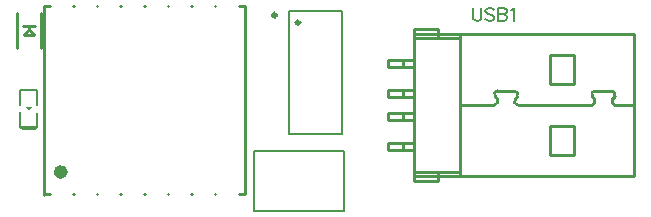
<source format=gto>
G04 Layer: TopSilkscreenLayer*
G04 EasyEDA v6.5.48, 2025-02-22 14:07:37*
G04 17b28a04ad434079b4a69dc4657e0bf9,f2e2a8b566e441589a5ce94012aa69ba,10*
G04 Gerber Generator version 0.2*
G04 Scale: 100 percent, Rotated: No, Reflected: No *
G04 Dimensions in millimeters *
G04 leading zeros omitted , absolute positions ,4 integer and 5 decimal *
%FSLAX45Y45*%
%MOMM*%

%ADD10C,0.1524*%
%ADD11C,0.2540*%
%ADD12C,0.2032*%
%ADD13C,0.1500*%
%ADD14C,0.3000*%
%ADD15C,0.6000*%

%LPD*%
D10*
X177800Y1779015D02*
G01*
X177800Y1701037D01*
X182879Y1685544D01*
X193293Y1675129D01*
X209041Y1670050D01*
X219456Y1670050D01*
X234950Y1675129D01*
X245363Y1685544D01*
X250443Y1701037D01*
X250443Y1779015D01*
X357631Y1763521D02*
G01*
X347218Y1773936D01*
X331470Y1779015D01*
X310895Y1779015D01*
X295147Y1773936D01*
X284734Y1763521D01*
X284734Y1753107D01*
X290068Y1742694D01*
X295147Y1737360D01*
X305561Y1732279D01*
X336804Y1721865D01*
X347218Y1716786D01*
X352297Y1711452D01*
X357631Y1701037D01*
X357631Y1685544D01*
X347218Y1675129D01*
X331470Y1670050D01*
X310895Y1670050D01*
X295147Y1675129D01*
X284734Y1685544D01*
X391922Y1779015D02*
G01*
X391922Y1670050D01*
X391922Y1779015D02*
G01*
X438658Y1779015D01*
X454152Y1773936D01*
X459486Y1768602D01*
X464565Y1758187D01*
X464565Y1747773D01*
X459486Y1737360D01*
X454152Y1732279D01*
X438658Y1727200D01*
X391922Y1727200D02*
G01*
X438658Y1727200D01*
X454152Y1721865D01*
X459486Y1716786D01*
X464565Y1706371D01*
X464565Y1690623D01*
X459486Y1680210D01*
X454152Y1675129D01*
X438658Y1670050D01*
X391922Y1670050D01*
X498856Y1758187D02*
G01*
X509270Y1763521D01*
X524763Y1779015D01*
X524763Y1670050D01*
G36*
X-3617417Y939088D02*
G01*
X-3581400Y913130D01*
X-3545382Y938123D01*
G37*
D11*
X-3481400Y1737499D02*
G01*
X-3481400Y1437500D01*
X-3581400Y1605279D02*
G01*
X-3540759Y1546860D01*
X-3540759Y1546860D02*
G01*
X-3622040Y1546860D01*
X-3622040Y1546860D02*
G01*
X-3581400Y1605279D01*
X-3681399Y1437500D02*
G01*
X-3681399Y1737499D01*
X-3530600Y1628139D02*
G01*
X-3632200Y1628139D01*
D12*
X-914400Y63500D02*
G01*
X-914400Y571500D01*
X-1676400Y571500D01*
X-1676400Y63500D01*
X-914400Y63500D01*
X-1401241Y63500D01*
D13*
X-3508400Y890099D02*
G01*
X-3508400Y775101D01*
X-3653398Y775101D01*
X-3653398Y895101D01*
X-3654399Y957099D02*
G01*
X-3654399Y1081100D01*
X-3509401Y1081100D01*
X-3509401Y957099D01*
X-3508400Y775101D02*
G01*
X-3508400Y772099D01*
X-3528400Y752099D01*
X-3630399Y752099D01*
X-3633398Y755101D01*
X-3653398Y775101D01*
D10*
X-1377589Y1750019D02*
G01*
X-933810Y1750019D01*
X-933810Y713780D01*
X-1377589Y713780D01*
X-1377589Y1750019D01*
D11*
X-3452738Y200657D02*
G01*
X-3453500Y201305D01*
X-3401613Y201305D01*
X-3401616Y1793603D02*
G01*
X-3453262Y1793603D01*
X-3453262Y199047D01*
X-3452322Y199047D01*
X-3201616Y1793603D02*
G01*
X-3205386Y1793603D01*
X-3001617Y1793603D02*
G01*
X-3005386Y1793603D01*
X-2801617Y1793603D02*
G01*
X-2805386Y1793603D01*
X-2601615Y1793603D02*
G01*
X-2605387Y1793603D01*
X-2401615Y1793603D02*
G01*
X-2405385Y1793603D01*
X-2201616Y1793603D02*
G01*
X-2205385Y1793603D01*
X-2001616Y1793603D02*
G01*
X-2005385Y1793603D01*
X-1805383Y201305D02*
G01*
X-1751639Y201305D01*
X-1751639Y1793603D01*
X-1805386Y1793603D01*
X-2005383Y201305D02*
G01*
X-2001613Y201305D01*
X-2205382Y201305D02*
G01*
X-2201613Y201305D01*
X-2405382Y201305D02*
G01*
X-2401613Y201305D01*
X-2605384Y201305D02*
G01*
X-2601612Y201305D01*
X-2805384Y201305D02*
G01*
X-2801614Y201305D01*
X-3005383Y201305D02*
G01*
X-3001614Y201305D01*
X-3205383Y201305D02*
G01*
X-3201614Y201305D01*
X-121031Y1556461D02*
G01*
X69468Y1556461D01*
X69468Y1556461D02*
G01*
X1545209Y1556461D01*
X1545209Y1556461D02*
G01*
X1545209Y957021D01*
X1545209Y957021D02*
G01*
X1545209Y357581D01*
X1545209Y357581D02*
G01*
X69468Y357581D01*
X-319150Y357581D02*
G01*
X-319150Y393141D01*
X-319150Y1338021D02*
G01*
X-319150Y1520926D01*
X-319150Y1520926D02*
G01*
X-319150Y1556461D01*
X69468Y1556461D02*
G01*
X69468Y1520926D01*
X69468Y1520926D02*
G01*
X69468Y957021D01*
X69468Y957021D02*
G01*
X69468Y393141D01*
X69468Y393141D02*
G01*
X69468Y357581D01*
X831468Y1383741D02*
G01*
X1037209Y1383741D01*
X1037209Y1383741D02*
G01*
X1037209Y1134821D01*
X1037209Y1134821D02*
G01*
X831468Y1134821D01*
X831468Y1134821D02*
G01*
X831468Y1383741D01*
X831468Y779221D02*
G01*
X1037209Y779221D01*
X1037209Y779221D02*
G01*
X1037209Y530326D01*
X1037209Y530326D02*
G01*
X831468Y530326D01*
X831468Y530326D02*
G01*
X831468Y779221D01*
X359029Y957021D02*
G01*
X69468Y957021D01*
X1184529Y957021D02*
G01*
X557149Y957021D01*
X1545209Y957021D02*
G01*
X1382649Y957021D01*
X364109Y1035761D02*
G01*
X381888Y1010361D01*
X384429Y1078941D02*
G01*
X531749Y1078941D01*
X552068Y1035761D02*
G01*
X534288Y1010361D01*
X1189609Y1035761D02*
G01*
X1207388Y1010361D01*
X1209929Y1078941D02*
G01*
X1354709Y1078941D01*
X1377568Y1035761D02*
G01*
X1359788Y1010361D01*
X1359788Y1010361D02*
G01*
X1357249Y1010361D01*
X-540131Y1338021D02*
G01*
X-415670Y1338021D01*
X-415670Y1338021D02*
G01*
X-319150Y1338021D01*
X-319150Y1086561D02*
G01*
X-319150Y1277061D01*
X-319150Y1277061D02*
G01*
X-319150Y1338021D01*
X-319150Y1277061D02*
G01*
X-415670Y1277061D01*
X-415670Y1277061D02*
G01*
X-540131Y1277061D01*
X-540131Y1277061D02*
G01*
X-540131Y1338021D01*
X-415670Y1338021D02*
G01*
X-415670Y1277061D01*
X-415670Y1086561D02*
G01*
X-415670Y1028141D01*
X-415670Y885926D02*
G01*
X-415670Y827481D01*
X-415670Y636981D02*
G01*
X-415670Y576021D01*
X-540131Y1086561D02*
G01*
X-319150Y1086561D01*
X-319150Y885926D02*
G01*
X-319150Y1028141D01*
X-319150Y1028141D02*
G01*
X-319150Y1086561D01*
X-319150Y1028141D02*
G01*
X-540131Y1028141D01*
X-540131Y1028141D02*
G01*
X-540131Y1086561D01*
X-540131Y885926D02*
G01*
X-319150Y885926D01*
X-319150Y636981D02*
G01*
X-319150Y827481D01*
X-319150Y827481D02*
G01*
X-319150Y885926D01*
X-319150Y827481D02*
G01*
X-540131Y827481D01*
X-540131Y827481D02*
G01*
X-540131Y885926D01*
X-540131Y636981D02*
G01*
X-319150Y636981D01*
X-319150Y393141D02*
G01*
X-319150Y576021D01*
X-319150Y576021D02*
G01*
X-319150Y636981D01*
X-319150Y576021D02*
G01*
X-540131Y576021D01*
X-540131Y576021D02*
G01*
X-540131Y636981D01*
X-319150Y1520926D02*
G01*
X-121031Y1520926D01*
X-121031Y1520926D02*
G01*
X69468Y1520926D01*
X-319150Y1599641D02*
G01*
X-121031Y1599641D01*
X-121031Y1599641D02*
G01*
X-121031Y1556461D01*
X-121031Y1556461D02*
G01*
X-319150Y1556461D01*
X-319150Y1556461D02*
G01*
X-319150Y1599641D01*
X-319150Y357581D02*
G01*
X-121031Y357581D01*
X-121031Y357581D02*
G01*
X69468Y357581D01*
X-121031Y357581D02*
G01*
X-121031Y314426D01*
X-121031Y314426D02*
G01*
X-319150Y314426D01*
X-319150Y314426D02*
G01*
X-319150Y357581D01*
X-121031Y393141D02*
G01*
X-121031Y357581D01*
X-319150Y393141D02*
G01*
X69468Y393141D01*
X-121031Y1556461D02*
G01*
X-121031Y1520926D01*
G75*
G01*
X359918Y956056D02*
G03*
X382524Y1009650I-5610J33931D01*
G75*
G01*
X364490Y1036066D02*
G02*
X385826Y1076960I21330J14884D01*
G75*
G01*
X531876Y1076960D02*
G02*
X552958Y1036066I-247J-26008D01*
G75*
G01*
X557784Y956056D02*
G02*
X535178Y1009650I5610J33931D01*
G75*
G01*
X1184910Y956056D02*
G03*
X1207516Y1009650I-5610J33931D01*
G75*
G01*
X1189482Y1036066D02*
G02*
X1210818Y1076960I21330J14884D01*
G75*
G01*
X1356868Y1076960D02*
G02*
X1377950Y1036066I-247J-26008D01*
G75*
G01*
X1382776Y956056D02*
G02*
X1360170Y1009650I5610J33931D01*
D14*
G75*
G01
X-1287348Y1654404D02*
G03X-1287348Y1654404I-15011J0D01*
G75*
G01
X-1486205Y1717827D02*
G03X-1486205Y1717827I-15011J0D01*
D15*
G75*
G01
X-3282076Y390827D02*
G03X-3282076Y390827I-29997J0D01*
M02*

</source>
